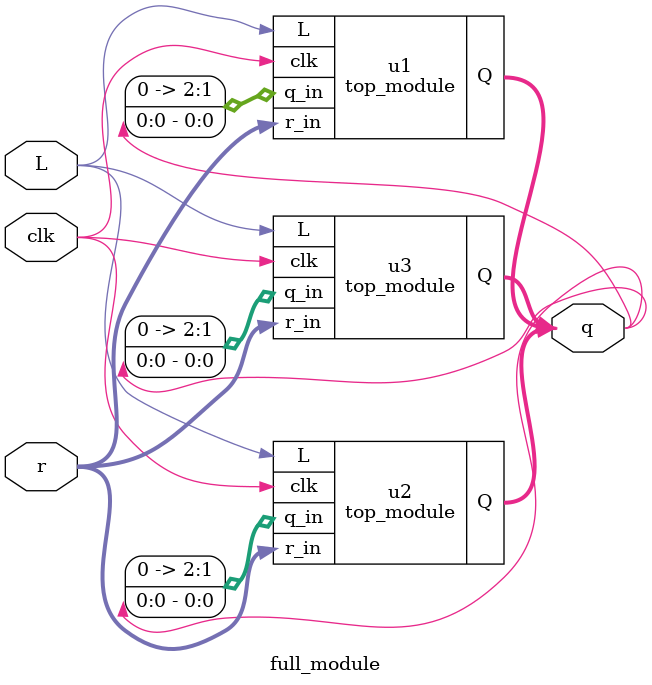
<source format=sv>
module top_module(
    input clk,
    input L,
    input [2:0] q_in,
    input [2:0] r_in,
    output reg [2:0] Q
);

always @(posedge clk) begin
    if (L) begin
        Q <= r_in;
    end else begin
        Q <= {Q[1] ^ Q[2], Q[0], Q[2]};
    end
end

endmodule
module full_module (
    input [2:0] r,
    input L,
    input clk,
    output reg [2:0] q
);

top_module u1 (
    .clk(clk),
    .L(L),
    .q_in({2'b0, q[0]}),
    .r_in({2'b0, r}),
    .Q(q)
);

top_module u2 (
    .clk(clk),
    .L(L),
    .q_in({2'b0, q[0]}),
    .r_in({2'b0, r}),
    .Q(q)
);

top_module u3 (
    .clk(clk),
    .L(L),
    .q_in({2'b0, q[0]}),
    .r_in({2'b0, r}),
    .Q(q)
);

endmodule

</source>
